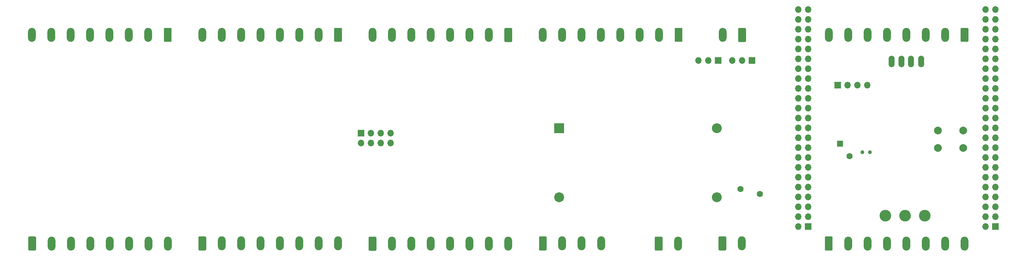
<source format=gbr>
%TF.GenerationSoftware,KiCad,Pcbnew,(5.1.6)-1*%
%TF.CreationDate,2021-11-09T09:23:04+01:00*%
%TF.ProjectId,boneIO_input board_v0.3,626f6e65-494f-45f6-996e-70757420626f,rev?*%
%TF.SameCoordinates,Original*%
%TF.FileFunction,Soldermask,Bot*%
%TF.FilePolarity,Negative*%
%FSLAX46Y46*%
G04 Gerber Fmt 4.6, Leading zero omitted, Abs format (unit mm)*
G04 Created by KiCad (PCBNEW (5.1.6)-1) date 2021-11-09 09:23:04*
%MOMM*%
%LPD*%
G01*
G04 APERTURE LIST*
%ADD10R,1.700000X1.700000*%
%ADD11O,1.700000X1.700000*%
%ADD12O,2.000000X3.600000*%
%ADD13C,2.540000*%
%ADD14R,2.540000X2.540000*%
%ADD15C,1.000000*%
%ADD16C,1.600000*%
%ADD17R,1.600000X1.600000*%
%ADD18C,3.000000*%
%ADD19O,1.500000X3.000000*%
%ADD20C,2.000000*%
G04 APERTURE END LIST*
D10*
%TO.C,J15*%
X273095000Y-105785000D03*
D11*
X270555000Y-105785000D03*
X273095000Y-103245000D03*
X270555000Y-103245000D03*
X273095000Y-100705000D03*
X270555000Y-100705000D03*
X273095000Y-98165000D03*
X270555000Y-98165000D03*
X273095000Y-95625000D03*
X270555000Y-95625000D03*
X273095000Y-93085000D03*
X270555000Y-93085000D03*
X273095000Y-90545000D03*
X270555000Y-90545000D03*
X273095000Y-88005000D03*
X270555000Y-88005000D03*
X273095000Y-85465000D03*
X270555000Y-85465000D03*
X273095000Y-82925000D03*
X270555000Y-82925000D03*
X273095000Y-80385000D03*
X270555000Y-80385000D03*
X273095000Y-77845000D03*
X270555000Y-77845000D03*
X273095000Y-75305000D03*
X270555000Y-75305000D03*
X273095000Y-72765000D03*
X270555000Y-72765000D03*
X273095000Y-70225000D03*
X270555000Y-70225000D03*
X273095000Y-67685000D03*
X270555000Y-67685000D03*
X273095000Y-65145000D03*
X270555000Y-65145000D03*
X273095000Y-62605000D03*
X270555000Y-62605000D03*
X273095000Y-60065000D03*
X270555000Y-60065000D03*
X273095000Y-57525000D03*
X270555000Y-57525000D03*
X273095000Y-54985000D03*
X270555000Y-54985000D03*
X273095000Y-52445000D03*
X270555000Y-52445000D03*
X273095000Y-49905000D03*
X270555000Y-49905000D03*
%TD*%
%TO.C,J16*%
X222295000Y-49910000D03*
X224835000Y-49910000D03*
X222295000Y-52450000D03*
X224835000Y-52450000D03*
X222295000Y-54990000D03*
X224835000Y-54990000D03*
X222295000Y-57530000D03*
X224835000Y-57530000D03*
X222295000Y-60070000D03*
X224835000Y-60070000D03*
X222295000Y-62610000D03*
X224835000Y-62610000D03*
X222295000Y-65150000D03*
X224835000Y-65150000D03*
X222295000Y-67690000D03*
X224835000Y-67690000D03*
X222295000Y-70230000D03*
X224835000Y-70230000D03*
X222295000Y-72770000D03*
X224835000Y-72770000D03*
X222295000Y-75310000D03*
X224835000Y-75310000D03*
X222295000Y-77850000D03*
X224835000Y-77850000D03*
X222295000Y-80390000D03*
X224835000Y-80390000D03*
X222295000Y-82930000D03*
X224835000Y-82930000D03*
X222295000Y-85470000D03*
X224835000Y-85470000D03*
X222295000Y-88010000D03*
X224835000Y-88010000D03*
X222295000Y-90550000D03*
X224835000Y-90550000D03*
X222295000Y-93090000D03*
X224835000Y-93090000D03*
X222295000Y-95630000D03*
X224835000Y-95630000D03*
X222295000Y-98170000D03*
X224835000Y-98170000D03*
X222295000Y-100710000D03*
X224835000Y-100710000D03*
X222295000Y-103250000D03*
X224835000Y-103250000D03*
X222295000Y-105790000D03*
D10*
X224835000Y-105790000D03*
%TD*%
D12*
%TO.C,VDD1*%
X207735000Y-110140000D03*
G36*
G01*
X201735000Y-111690000D02*
X201735000Y-108590000D01*
G75*
G02*
X201985000Y-108340000I250000J0D01*
G01*
X203485000Y-108340000D01*
G75*
G02*
X203735000Y-108590000I0J-250000D01*
G01*
X203735000Y-111690000D01*
G75*
G02*
X203485000Y-111940000I-250000J0D01*
G01*
X201985000Y-111940000D01*
G75*
G02*
X201735000Y-111690000I0J250000D01*
G01*
G37*
%TD*%
D13*
%TO.C,REF\u002A\u002A*%
X201355000Y-98275000D03*
X201355000Y-80495000D03*
X160715000Y-98275000D03*
D14*
X160715000Y-80495000D03*
%TD*%
D15*
%TO.C,Y1*%
X238850000Y-86625000D03*
X240750000Y-86625000D03*
%TD*%
D16*
%TO.C,RV1*%
X207395000Y-96105000D03*
X212395000Y-97405000D03*
%TD*%
D12*
%TO.C,J6*%
X142575000Y-110225000D03*
G36*
G01*
X111575000Y-111775000D02*
X111575000Y-108675000D01*
G75*
G02*
X111825000Y-108425000I250000J0D01*
G01*
X113325000Y-108425000D01*
G75*
G02*
X113575000Y-108675000I0J-250000D01*
G01*
X113575000Y-111775000D01*
G75*
G02*
X113325000Y-112025000I-250000J0D01*
G01*
X111825000Y-112025000D01*
G75*
G02*
X111575000Y-111775000I0J250000D01*
G01*
G37*
X122575000Y-110225000D03*
X137575000Y-110225000D03*
X117575000Y-110225000D03*
X127575000Y-110225000D03*
X147575000Y-110225000D03*
X132575000Y-110225000D03*
%TD*%
%TO.C,J1*%
X73700000Y-56425000D03*
G36*
G01*
X104700000Y-54875000D02*
X104700000Y-57975000D01*
G75*
G02*
X104450000Y-58225000I-250000J0D01*
G01*
X102950000Y-58225000D01*
G75*
G02*
X102700000Y-57975000I0J250000D01*
G01*
X102700000Y-54875000D01*
G75*
G02*
X102950000Y-54625000I250000J0D01*
G01*
X104450000Y-54625000D01*
G75*
G02*
X104700000Y-54875000I0J-250000D01*
G01*
G37*
X93700000Y-56425000D03*
X78700000Y-56425000D03*
X98700000Y-56425000D03*
X88700000Y-56425000D03*
X68700000Y-56425000D03*
X83700000Y-56425000D03*
%TD*%
D17*
%TO.C,BT1*%
X233045000Y-84415000D03*
D16*
X235495000Y-87665000D03*
%TD*%
D11*
%TO.C,J12*%
X196580000Y-63040000D03*
X199120000Y-63040000D03*
D10*
X201660000Y-63040000D03*
%TD*%
D11*
%TO.C,J13*%
X205260000Y-63050000D03*
X207800000Y-63050000D03*
D10*
X210340000Y-63050000D03*
%TD*%
D12*
%TO.C,J14*%
X202825000Y-56460000D03*
G36*
G01*
X208825000Y-54910000D02*
X208825000Y-58010000D01*
G75*
G02*
X208575000Y-58260000I-250000J0D01*
G01*
X207075000Y-58260000D01*
G75*
G02*
X206825000Y-58010000I0J250000D01*
G01*
X206825000Y-54910000D01*
G75*
G02*
X207075000Y-54660000I250000J0D01*
G01*
X208575000Y-54660000D01*
G75*
G02*
X208825000Y-54910000I0J-250000D01*
G01*
G37*
%TD*%
%TO.C,ANVDD1*%
X191325000Y-110200000D03*
G36*
G01*
X185325000Y-111750000D02*
X185325000Y-108650000D01*
G75*
G02*
X185575000Y-108400000I250000J0D01*
G01*
X187075000Y-108400000D01*
G75*
G02*
X187325000Y-108650000I0J-250000D01*
G01*
X187325000Y-111750000D01*
G75*
G02*
X187075000Y-112000000I-250000J0D01*
G01*
X185575000Y-112000000D01*
G75*
G02*
X185325000Y-111750000I0J250000D01*
G01*
G37*
%TD*%
D11*
%TO.C,J9*%
X117265000Y-84300000D03*
X117265000Y-81760000D03*
X114725000Y-84300000D03*
X114725000Y-81760000D03*
X112185000Y-84300000D03*
X112185000Y-81760000D03*
X109645000Y-84300000D03*
D10*
X109645000Y-81760000D03*
%TD*%
D18*
%TO.C,U11*%
X249825000Y-103040000D03*
D19*
X253965000Y-63250000D03*
X246365000Y-63250000D03*
X248875000Y-63250000D03*
D18*
X244755000Y-103040000D03*
D19*
X251395000Y-63250000D03*
D18*
X254945000Y-103040000D03*
%TD*%
D12*
%TO.C,J10*%
X250160000Y-110160000D03*
X265160000Y-110160000D03*
X245160000Y-110160000D03*
X235160000Y-110160000D03*
X255160000Y-110160000D03*
X240160000Y-110160000D03*
G36*
G01*
X229160000Y-111710000D02*
X229160000Y-108610000D01*
G75*
G02*
X229410000Y-108360000I250000J0D01*
G01*
X230910000Y-108360000D01*
G75*
G02*
X231160000Y-108610000I0J-250000D01*
G01*
X231160000Y-111710000D01*
G75*
G02*
X230910000Y-111960000I-250000J0D01*
G01*
X229410000Y-111960000D01*
G75*
G02*
X229160000Y-111710000I0J250000D01*
G01*
G37*
X260160000Y-110160000D03*
%TD*%
%TO.C,J11*%
X245150000Y-56440000D03*
X230150000Y-56440000D03*
X250150000Y-56440000D03*
X260150000Y-56440000D03*
X240150000Y-56440000D03*
X255150000Y-56440000D03*
G36*
G01*
X266150000Y-54890000D02*
X266150000Y-57990000D01*
G75*
G02*
X265900000Y-58240000I-250000J0D01*
G01*
X264400000Y-58240000D01*
G75*
G02*
X264150000Y-57990000I0J250000D01*
G01*
X264150000Y-54890000D01*
G75*
G02*
X264400000Y-54640000I250000J0D01*
G01*
X265900000Y-54640000D01*
G75*
G02*
X266150000Y-54890000I0J-250000D01*
G01*
G37*
X235150000Y-56440000D03*
%TD*%
%TO.C,J3*%
X39800000Y-56425000D03*
X24800000Y-56425000D03*
X44800000Y-56425000D03*
X54800000Y-56425000D03*
X34800000Y-56425000D03*
X49800000Y-56425000D03*
G36*
G01*
X60800000Y-54875000D02*
X60800000Y-57975000D01*
G75*
G02*
X60550000Y-58225000I-250000J0D01*
G01*
X59050000Y-58225000D01*
G75*
G02*
X58800000Y-57975000I0J250000D01*
G01*
X58800000Y-54875000D01*
G75*
G02*
X59050000Y-54625000I250000J0D01*
G01*
X60550000Y-54625000D01*
G75*
G02*
X60800000Y-54875000I0J-250000D01*
G01*
G37*
X29800000Y-56425000D03*
%TD*%
D20*
%TO.C,SW1*%
X264810000Y-81080000D03*
X264810000Y-85580000D03*
X258310000Y-81080000D03*
X258310000Y-85580000D03*
%TD*%
D12*
%TO.C,J7*%
X171445000Y-56430000D03*
X156445000Y-56430000D03*
X176445000Y-56430000D03*
X186445000Y-56430000D03*
X166445000Y-56430000D03*
X181445000Y-56430000D03*
G36*
G01*
X192445000Y-54880000D02*
X192445000Y-57980000D01*
G75*
G02*
X192195000Y-58230000I-250000J0D01*
G01*
X190695000Y-58230000D01*
G75*
G02*
X190445000Y-57980000I0J250000D01*
G01*
X190445000Y-54880000D01*
G75*
G02*
X190695000Y-54630000I250000J0D01*
G01*
X192195000Y-54630000D01*
G75*
G02*
X192445000Y-54880000I0J-250000D01*
G01*
G37*
X161445000Y-56430000D03*
%TD*%
%TO.C,J4*%
X88715000Y-110150000D03*
X103715000Y-110150000D03*
X83715000Y-110150000D03*
X73715000Y-110150000D03*
X93715000Y-110150000D03*
X78715000Y-110150000D03*
G36*
G01*
X67715000Y-111700000D02*
X67715000Y-108600000D01*
G75*
G02*
X67965000Y-108350000I250000J0D01*
G01*
X69465000Y-108350000D01*
G75*
G02*
X69715000Y-108600000I0J-250000D01*
G01*
X69715000Y-111700000D01*
G75*
G02*
X69465000Y-111950000I-250000J0D01*
G01*
X67965000Y-111950000D01*
G75*
G02*
X67715000Y-111700000I0J250000D01*
G01*
G37*
X98715000Y-110150000D03*
%TD*%
%TO.C,J2*%
X44855000Y-110175000D03*
X59855000Y-110175000D03*
X39855000Y-110175000D03*
X29855000Y-110175000D03*
X49855000Y-110175000D03*
X34855000Y-110175000D03*
G36*
G01*
X23855000Y-111725000D02*
X23855000Y-108625000D01*
G75*
G02*
X24105000Y-108375000I250000J0D01*
G01*
X25605000Y-108375000D01*
G75*
G02*
X25855000Y-108625000I0J-250000D01*
G01*
X25855000Y-111725000D01*
G75*
G02*
X25605000Y-111975000I-250000J0D01*
G01*
X24105000Y-111975000D01*
G75*
G02*
X23855000Y-111725000I0J250000D01*
G01*
G37*
X54855000Y-110175000D03*
%TD*%
%TO.C,J5*%
X127575000Y-56470000D03*
X112575000Y-56470000D03*
X132575000Y-56470000D03*
X142575000Y-56470000D03*
X122575000Y-56470000D03*
X137575000Y-56470000D03*
G36*
G01*
X148575000Y-54920000D02*
X148575000Y-58020000D01*
G75*
G02*
X148325000Y-58270000I-250000J0D01*
G01*
X146825000Y-58270000D01*
G75*
G02*
X146575000Y-58020000I0J250000D01*
G01*
X146575000Y-54920000D01*
G75*
G02*
X146825000Y-54670000I250000J0D01*
G01*
X148325000Y-54670000D01*
G75*
G02*
X148575000Y-54920000I0J-250000D01*
G01*
G37*
X117575000Y-56470000D03*
%TD*%
D11*
%TO.C,I2C1*%
X240080000Y-69370000D03*
X237540000Y-69370000D03*
X235000000Y-69370000D03*
D10*
X232460000Y-69370000D03*
%TD*%
D12*
%TO.C,J8*%
X171475000Y-110140000D03*
X166475000Y-110140000D03*
X161475000Y-110140000D03*
G36*
G01*
X155475000Y-111690000D02*
X155475000Y-108590000D01*
G75*
G02*
X155725000Y-108340000I250000J0D01*
G01*
X157225000Y-108340000D01*
G75*
G02*
X157475000Y-108590000I0J-250000D01*
G01*
X157475000Y-111690000D01*
G75*
G02*
X157225000Y-111940000I-250000J0D01*
G01*
X155725000Y-111940000D01*
G75*
G02*
X155475000Y-111690000I0J250000D01*
G01*
G37*
%TD*%
M02*

</source>
